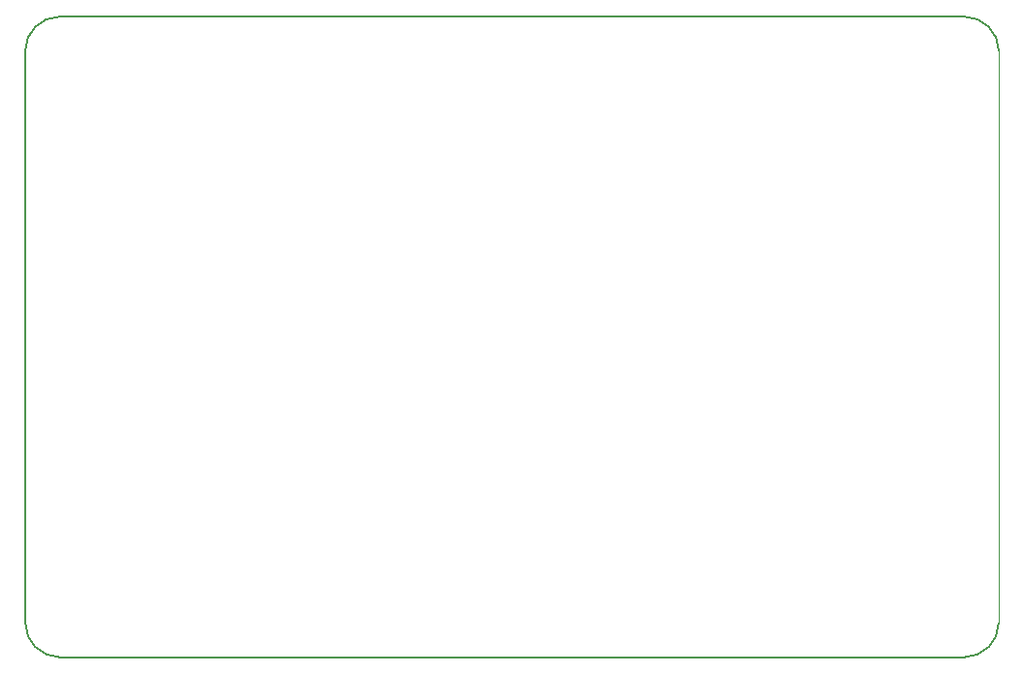
<source format=gbr>
%TF.GenerationSoftware,KiCad,Pcbnew,(6.0.4)*%
%TF.CreationDate,2022-04-11T12:28:50+02:00*%
%TF.ProjectId,PSE_RP2040,5053455f-5250-4323-9034-302e6b696361,rev?*%
%TF.SameCoordinates,Original*%
%TF.FileFunction,Profile,NP*%
%FSLAX46Y46*%
G04 Gerber Fmt 4.6, Leading zero omitted, Abs format (unit mm)*
G04 Created by KiCad (PCBNEW (6.0.4)) date 2022-04-11 12:28:50*
%MOMM*%
%LPD*%
G01*
G04 APERTURE LIST*
%TA.AperFunction,Profile*%
%ADD10C,0.150000*%
%TD*%
%TA.AperFunction,Profile*%
%ADD11C,0.100000*%
%TD*%
G04 APERTURE END LIST*
D10*
X182000000Y-158000000D02*
X103000000Y-158000000D01*
D11*
X185000000Y-105000000D02*
X185000000Y-155000000D01*
D10*
X100000000Y-155000000D02*
X100000000Y-105000000D01*
X100000000Y-155000000D02*
G75*
G03*
X103000000Y-158000000I3000000J0D01*
G01*
X182000000Y-158000000D02*
G75*
G03*
X185000000Y-155000000I0J3000000D01*
G01*
X103000000Y-102000000D02*
G75*
G03*
X100000000Y-105000000I0J-3000000D01*
G01*
X185000000Y-105000000D02*
G75*
G03*
X182000000Y-102000000I-3000000J0D01*
G01*
X103000000Y-102000000D02*
X182000000Y-102000000D01*
M02*

</source>
